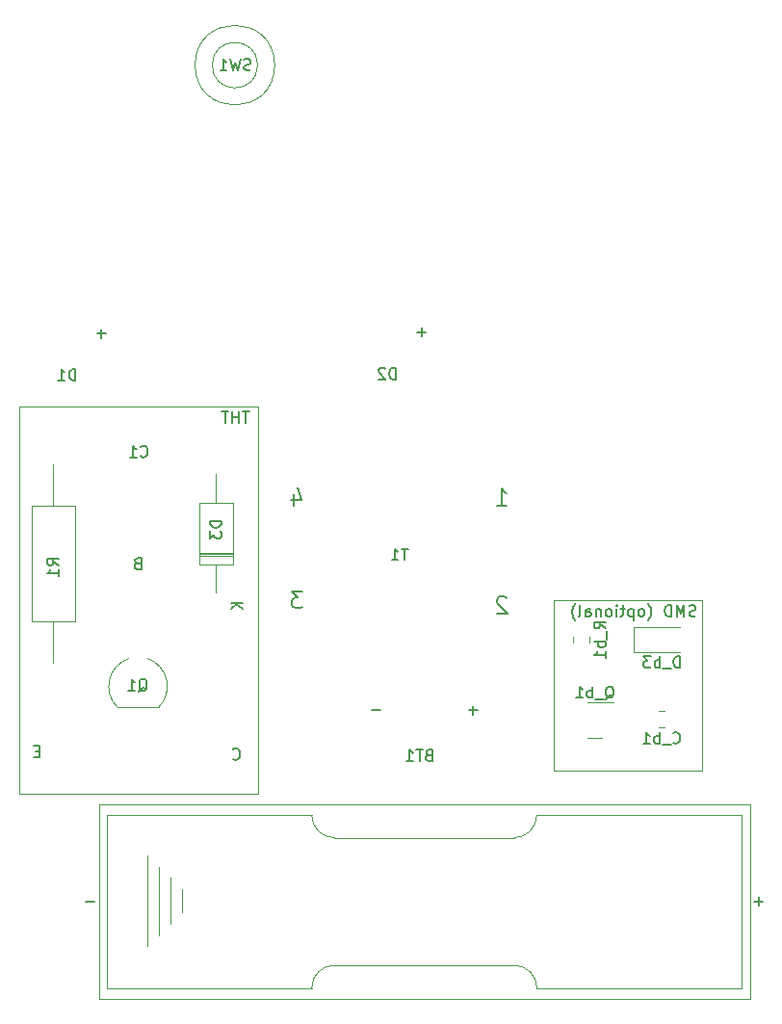
<source format=gbr>
%TF.GenerationSoftware,KiCad,Pcbnew,8.0.7-1.fc40*%
%TF.CreationDate,2025-01-06T11:16:26+01:00*%
%TF.ProjectId,owlThief,6f776c54-6869-4656-962e-6b696361645f,rev?*%
%TF.SameCoordinates,Original*%
%TF.FileFunction,Legend,Bot*%
%TF.FilePolarity,Positive*%
%FSLAX46Y46*%
G04 Gerber Fmt 4.6, Leading zero omitted, Abs format (unit mm)*
G04 Created by KiCad (PCBNEW 8.0.7-1.fc40) date 2025-01-06 11:16:26*
%MOMM*%
%LPD*%
G01*
G04 APERTURE LIST*
%ADD10C,0.120000*%
%ADD11C,0.150000*%
G04 APERTURE END LIST*
D10*
X240000000Y-103000000D02*
X240000000Y-88000000D01*
X214000000Y-105000000D02*
X193000000Y-105000000D01*
X253000000Y-88000000D02*
X253000000Y-103000000D01*
X253000000Y-103000000D02*
X240000000Y-103000000D01*
X240000000Y-88000000D02*
X253000000Y-88000000D01*
X214000000Y-71000000D02*
X214000000Y-105000000D01*
X193000000Y-71000000D02*
X214000000Y-71000000D01*
X193000000Y-105000000D02*
X193000000Y-71000000D01*
D11*
X213190475Y-71454819D02*
X212619047Y-71454819D01*
X212904761Y-72454819D02*
X212904761Y-71454819D01*
X212285713Y-72454819D02*
X212285713Y-71454819D01*
X212285713Y-71931009D02*
X211714285Y-71931009D01*
X211714285Y-72454819D02*
X211714285Y-71454819D01*
X211380951Y-71454819D02*
X210809523Y-71454819D01*
X211095237Y-72454819D02*
X211095237Y-71454819D01*
X252452381Y-89407200D02*
X252309524Y-89454819D01*
X252309524Y-89454819D02*
X252071429Y-89454819D01*
X252071429Y-89454819D02*
X251976191Y-89407200D01*
X251976191Y-89407200D02*
X251928572Y-89359580D01*
X251928572Y-89359580D02*
X251880953Y-89264342D01*
X251880953Y-89264342D02*
X251880953Y-89169104D01*
X251880953Y-89169104D02*
X251928572Y-89073866D01*
X251928572Y-89073866D02*
X251976191Y-89026247D01*
X251976191Y-89026247D02*
X252071429Y-88978628D01*
X252071429Y-88978628D02*
X252261905Y-88931009D01*
X252261905Y-88931009D02*
X252357143Y-88883390D01*
X252357143Y-88883390D02*
X252404762Y-88835771D01*
X252404762Y-88835771D02*
X252452381Y-88740533D01*
X252452381Y-88740533D02*
X252452381Y-88645295D01*
X252452381Y-88645295D02*
X252404762Y-88550057D01*
X252404762Y-88550057D02*
X252357143Y-88502438D01*
X252357143Y-88502438D02*
X252261905Y-88454819D01*
X252261905Y-88454819D02*
X252023810Y-88454819D01*
X252023810Y-88454819D02*
X251880953Y-88502438D01*
X251452381Y-89454819D02*
X251452381Y-88454819D01*
X251452381Y-88454819D02*
X251119048Y-89169104D01*
X251119048Y-89169104D02*
X250785715Y-88454819D01*
X250785715Y-88454819D02*
X250785715Y-89454819D01*
X250309524Y-89454819D02*
X250309524Y-88454819D01*
X250309524Y-88454819D02*
X250071429Y-88454819D01*
X250071429Y-88454819D02*
X249928572Y-88502438D01*
X249928572Y-88502438D02*
X249833334Y-88597676D01*
X249833334Y-88597676D02*
X249785715Y-88692914D01*
X249785715Y-88692914D02*
X249738096Y-88883390D01*
X249738096Y-88883390D02*
X249738096Y-89026247D01*
X249738096Y-89026247D02*
X249785715Y-89216723D01*
X249785715Y-89216723D02*
X249833334Y-89311961D01*
X249833334Y-89311961D02*
X249928572Y-89407200D01*
X249928572Y-89407200D02*
X250071429Y-89454819D01*
X250071429Y-89454819D02*
X250309524Y-89454819D01*
X248261905Y-89835771D02*
X248309524Y-89788152D01*
X248309524Y-89788152D02*
X248404762Y-89645295D01*
X248404762Y-89645295D02*
X248452381Y-89550057D01*
X248452381Y-89550057D02*
X248500000Y-89407200D01*
X248500000Y-89407200D02*
X248547619Y-89169104D01*
X248547619Y-89169104D02*
X248547619Y-88978628D01*
X248547619Y-88978628D02*
X248500000Y-88740533D01*
X248500000Y-88740533D02*
X248452381Y-88597676D01*
X248452381Y-88597676D02*
X248404762Y-88502438D01*
X248404762Y-88502438D02*
X248309524Y-88359580D01*
X248309524Y-88359580D02*
X248261905Y-88311961D01*
X247738095Y-89454819D02*
X247833333Y-89407200D01*
X247833333Y-89407200D02*
X247880952Y-89359580D01*
X247880952Y-89359580D02*
X247928571Y-89264342D01*
X247928571Y-89264342D02*
X247928571Y-88978628D01*
X247928571Y-88978628D02*
X247880952Y-88883390D01*
X247880952Y-88883390D02*
X247833333Y-88835771D01*
X247833333Y-88835771D02*
X247738095Y-88788152D01*
X247738095Y-88788152D02*
X247595238Y-88788152D01*
X247595238Y-88788152D02*
X247500000Y-88835771D01*
X247500000Y-88835771D02*
X247452381Y-88883390D01*
X247452381Y-88883390D02*
X247404762Y-88978628D01*
X247404762Y-88978628D02*
X247404762Y-89264342D01*
X247404762Y-89264342D02*
X247452381Y-89359580D01*
X247452381Y-89359580D02*
X247500000Y-89407200D01*
X247500000Y-89407200D02*
X247595238Y-89454819D01*
X247595238Y-89454819D02*
X247738095Y-89454819D01*
X246976190Y-88788152D02*
X246976190Y-89788152D01*
X246976190Y-88835771D02*
X246880952Y-88788152D01*
X246880952Y-88788152D02*
X246690476Y-88788152D01*
X246690476Y-88788152D02*
X246595238Y-88835771D01*
X246595238Y-88835771D02*
X246547619Y-88883390D01*
X246547619Y-88883390D02*
X246500000Y-88978628D01*
X246500000Y-88978628D02*
X246500000Y-89264342D01*
X246500000Y-89264342D02*
X246547619Y-89359580D01*
X246547619Y-89359580D02*
X246595238Y-89407200D01*
X246595238Y-89407200D02*
X246690476Y-89454819D01*
X246690476Y-89454819D02*
X246880952Y-89454819D01*
X246880952Y-89454819D02*
X246976190Y-89407200D01*
X246214285Y-88788152D02*
X245833333Y-88788152D01*
X246071428Y-88454819D02*
X246071428Y-89311961D01*
X246071428Y-89311961D02*
X246023809Y-89407200D01*
X246023809Y-89407200D02*
X245928571Y-89454819D01*
X245928571Y-89454819D02*
X245833333Y-89454819D01*
X245499999Y-89454819D02*
X245499999Y-88788152D01*
X245499999Y-88454819D02*
X245547618Y-88502438D01*
X245547618Y-88502438D02*
X245499999Y-88550057D01*
X245499999Y-88550057D02*
X245452380Y-88502438D01*
X245452380Y-88502438D02*
X245499999Y-88454819D01*
X245499999Y-88454819D02*
X245499999Y-88550057D01*
X244880952Y-89454819D02*
X244976190Y-89407200D01*
X244976190Y-89407200D02*
X245023809Y-89359580D01*
X245023809Y-89359580D02*
X245071428Y-89264342D01*
X245071428Y-89264342D02*
X245071428Y-88978628D01*
X245071428Y-88978628D02*
X245023809Y-88883390D01*
X245023809Y-88883390D02*
X244976190Y-88835771D01*
X244976190Y-88835771D02*
X244880952Y-88788152D01*
X244880952Y-88788152D02*
X244738095Y-88788152D01*
X244738095Y-88788152D02*
X244642857Y-88835771D01*
X244642857Y-88835771D02*
X244595238Y-88883390D01*
X244595238Y-88883390D02*
X244547619Y-88978628D01*
X244547619Y-88978628D02*
X244547619Y-89264342D01*
X244547619Y-89264342D02*
X244595238Y-89359580D01*
X244595238Y-89359580D02*
X244642857Y-89407200D01*
X244642857Y-89407200D02*
X244738095Y-89454819D01*
X244738095Y-89454819D02*
X244880952Y-89454819D01*
X244119047Y-88788152D02*
X244119047Y-89454819D01*
X244119047Y-88883390D02*
X244071428Y-88835771D01*
X244071428Y-88835771D02*
X243976190Y-88788152D01*
X243976190Y-88788152D02*
X243833333Y-88788152D01*
X243833333Y-88788152D02*
X243738095Y-88835771D01*
X243738095Y-88835771D02*
X243690476Y-88931009D01*
X243690476Y-88931009D02*
X243690476Y-89454819D01*
X242785714Y-89454819D02*
X242785714Y-88931009D01*
X242785714Y-88931009D02*
X242833333Y-88835771D01*
X242833333Y-88835771D02*
X242928571Y-88788152D01*
X242928571Y-88788152D02*
X243119047Y-88788152D01*
X243119047Y-88788152D02*
X243214285Y-88835771D01*
X242785714Y-89407200D02*
X242880952Y-89454819D01*
X242880952Y-89454819D02*
X243119047Y-89454819D01*
X243119047Y-89454819D02*
X243214285Y-89407200D01*
X243214285Y-89407200D02*
X243261904Y-89311961D01*
X243261904Y-89311961D02*
X243261904Y-89216723D01*
X243261904Y-89216723D02*
X243214285Y-89121485D01*
X243214285Y-89121485D02*
X243119047Y-89073866D01*
X243119047Y-89073866D02*
X242880952Y-89073866D01*
X242880952Y-89073866D02*
X242785714Y-89026247D01*
X242166666Y-89454819D02*
X242261904Y-89407200D01*
X242261904Y-89407200D02*
X242309523Y-89311961D01*
X242309523Y-89311961D02*
X242309523Y-88454819D01*
X241880951Y-89835771D02*
X241833332Y-89788152D01*
X241833332Y-89788152D02*
X241738094Y-89645295D01*
X241738094Y-89645295D02*
X241690475Y-89550057D01*
X241690475Y-89550057D02*
X241642856Y-89407200D01*
X241642856Y-89407200D02*
X241595237Y-89169104D01*
X241595237Y-89169104D02*
X241595237Y-88978628D01*
X241595237Y-88978628D02*
X241642856Y-88740533D01*
X241642856Y-88740533D02*
X241690475Y-88597676D01*
X241690475Y-88597676D02*
X241738094Y-88502438D01*
X241738094Y-88502438D02*
X241833332Y-88359580D01*
X241833332Y-88359580D02*
X241880951Y-88311961D01*
X203666666Y-75359580D02*
X203714285Y-75407200D01*
X203714285Y-75407200D02*
X203857142Y-75454819D01*
X203857142Y-75454819D02*
X203952380Y-75454819D01*
X203952380Y-75454819D02*
X204095237Y-75407200D01*
X204095237Y-75407200D02*
X204190475Y-75311961D01*
X204190475Y-75311961D02*
X204238094Y-75216723D01*
X204238094Y-75216723D02*
X204285713Y-75026247D01*
X204285713Y-75026247D02*
X204285713Y-74883390D01*
X204285713Y-74883390D02*
X204238094Y-74692914D01*
X204238094Y-74692914D02*
X204190475Y-74597676D01*
X204190475Y-74597676D02*
X204095237Y-74502438D01*
X204095237Y-74502438D02*
X203952380Y-74454819D01*
X203952380Y-74454819D02*
X203857142Y-74454819D01*
X203857142Y-74454819D02*
X203714285Y-74502438D01*
X203714285Y-74502438D02*
X203666666Y-74550057D01*
X202714285Y-75454819D02*
X203285713Y-75454819D01*
X202999999Y-75454819D02*
X202999999Y-74454819D01*
X202999999Y-74454819D02*
X203095237Y-74597676D01*
X203095237Y-74597676D02*
X203190475Y-74692914D01*
X203190475Y-74692914D02*
X203285713Y-74740533D01*
X197938094Y-68704819D02*
X197938094Y-67704819D01*
X197938094Y-67704819D02*
X197699999Y-67704819D01*
X197699999Y-67704819D02*
X197557142Y-67752438D01*
X197557142Y-67752438D02*
X197461904Y-67847676D01*
X197461904Y-67847676D02*
X197414285Y-67942914D01*
X197414285Y-67942914D02*
X197366666Y-68133390D01*
X197366666Y-68133390D02*
X197366666Y-68276247D01*
X197366666Y-68276247D02*
X197414285Y-68466723D01*
X197414285Y-68466723D02*
X197461904Y-68561961D01*
X197461904Y-68561961D02*
X197557142Y-68657200D01*
X197557142Y-68657200D02*
X197699999Y-68704819D01*
X197699999Y-68704819D02*
X197938094Y-68704819D01*
X196414285Y-68704819D02*
X196985713Y-68704819D01*
X196699999Y-68704819D02*
X196699999Y-67704819D01*
X196699999Y-67704819D02*
X196795237Y-67847676D01*
X196795237Y-67847676D02*
X196890475Y-67942914D01*
X196890475Y-67942914D02*
X196985713Y-67990533D01*
X200580951Y-64573866D02*
X199819047Y-64573866D01*
X200199999Y-64954819D02*
X200199999Y-64192914D01*
X226098094Y-68604819D02*
X226098094Y-67604819D01*
X226098094Y-67604819D02*
X225859999Y-67604819D01*
X225859999Y-67604819D02*
X225717142Y-67652438D01*
X225717142Y-67652438D02*
X225621904Y-67747676D01*
X225621904Y-67747676D02*
X225574285Y-67842914D01*
X225574285Y-67842914D02*
X225526666Y-68033390D01*
X225526666Y-68033390D02*
X225526666Y-68176247D01*
X225526666Y-68176247D02*
X225574285Y-68366723D01*
X225574285Y-68366723D02*
X225621904Y-68461961D01*
X225621904Y-68461961D02*
X225717142Y-68557200D01*
X225717142Y-68557200D02*
X225859999Y-68604819D01*
X225859999Y-68604819D02*
X226098094Y-68604819D01*
X225145713Y-67700057D02*
X225098094Y-67652438D01*
X225098094Y-67652438D02*
X225002856Y-67604819D01*
X225002856Y-67604819D02*
X224764761Y-67604819D01*
X224764761Y-67604819D02*
X224669523Y-67652438D01*
X224669523Y-67652438D02*
X224621904Y-67700057D01*
X224621904Y-67700057D02*
X224574285Y-67795295D01*
X224574285Y-67795295D02*
X224574285Y-67890533D01*
X224574285Y-67890533D02*
X224621904Y-68033390D01*
X224621904Y-68033390D02*
X225193332Y-68604819D01*
X225193332Y-68604819D02*
X224574285Y-68604819D01*
X228740951Y-64473866D02*
X227979047Y-64473866D01*
X228359999Y-64854819D02*
X228359999Y-64092914D01*
X210754819Y-81061905D02*
X209754819Y-81061905D01*
X209754819Y-81061905D02*
X209754819Y-81300000D01*
X209754819Y-81300000D02*
X209802438Y-81442857D01*
X209802438Y-81442857D02*
X209897676Y-81538095D01*
X209897676Y-81538095D02*
X209992914Y-81585714D01*
X209992914Y-81585714D02*
X210183390Y-81633333D01*
X210183390Y-81633333D02*
X210326247Y-81633333D01*
X210326247Y-81633333D02*
X210516723Y-81585714D01*
X210516723Y-81585714D02*
X210611961Y-81538095D01*
X210611961Y-81538095D02*
X210707200Y-81442857D01*
X210707200Y-81442857D02*
X210754819Y-81300000D01*
X210754819Y-81300000D02*
X210754819Y-81061905D01*
X209754819Y-81966667D02*
X209754819Y-82585714D01*
X209754819Y-82585714D02*
X210135771Y-82252381D01*
X210135771Y-82252381D02*
X210135771Y-82395238D01*
X210135771Y-82395238D02*
X210183390Y-82490476D01*
X210183390Y-82490476D02*
X210231009Y-82538095D01*
X210231009Y-82538095D02*
X210326247Y-82585714D01*
X210326247Y-82585714D02*
X210564342Y-82585714D01*
X210564342Y-82585714D02*
X210659580Y-82538095D01*
X210659580Y-82538095D02*
X210707200Y-82490476D01*
X210707200Y-82490476D02*
X210754819Y-82395238D01*
X210754819Y-82395238D02*
X210754819Y-82109524D01*
X210754819Y-82109524D02*
X210707200Y-82014286D01*
X210707200Y-82014286D02*
X210659580Y-81966667D01*
X212654819Y-88238095D02*
X211654819Y-88238095D01*
X212654819Y-88809523D02*
X212083390Y-88380952D01*
X211654819Y-88809523D02*
X212226247Y-88238095D01*
X203495238Y-96050057D02*
X203590476Y-96002438D01*
X203590476Y-96002438D02*
X203685714Y-95907200D01*
X203685714Y-95907200D02*
X203828571Y-95764342D01*
X203828571Y-95764342D02*
X203923809Y-95716723D01*
X203923809Y-95716723D02*
X204019047Y-95716723D01*
X203971428Y-95954819D02*
X204066666Y-95907200D01*
X204066666Y-95907200D02*
X204161904Y-95811961D01*
X204161904Y-95811961D02*
X204209523Y-95621485D01*
X204209523Y-95621485D02*
X204209523Y-95288152D01*
X204209523Y-95288152D02*
X204161904Y-95097676D01*
X204161904Y-95097676D02*
X204066666Y-95002438D01*
X204066666Y-95002438D02*
X203971428Y-94954819D01*
X203971428Y-94954819D02*
X203780952Y-94954819D01*
X203780952Y-94954819D02*
X203685714Y-95002438D01*
X203685714Y-95002438D02*
X203590476Y-95097676D01*
X203590476Y-95097676D02*
X203542857Y-95288152D01*
X203542857Y-95288152D02*
X203542857Y-95621485D01*
X203542857Y-95621485D02*
X203590476Y-95811961D01*
X203590476Y-95811961D02*
X203685714Y-95907200D01*
X203685714Y-95907200D02*
X203780952Y-95954819D01*
X203780952Y-95954819D02*
X203971428Y-95954819D01*
X202590476Y-95954819D02*
X203161904Y-95954819D01*
X202876190Y-95954819D02*
X202876190Y-94954819D01*
X202876190Y-94954819D02*
X202971428Y-95097676D01*
X202971428Y-95097676D02*
X203066666Y-95192914D01*
X203066666Y-95192914D02*
X203161904Y-95240533D01*
X211780476Y-101959580D02*
X211828095Y-102007200D01*
X211828095Y-102007200D02*
X211970952Y-102054819D01*
X211970952Y-102054819D02*
X212066190Y-102054819D01*
X212066190Y-102054819D02*
X212209047Y-102007200D01*
X212209047Y-102007200D02*
X212304285Y-101911961D01*
X212304285Y-101911961D02*
X212351904Y-101816723D01*
X212351904Y-101816723D02*
X212399523Y-101626247D01*
X212399523Y-101626247D02*
X212399523Y-101483390D01*
X212399523Y-101483390D02*
X212351904Y-101292914D01*
X212351904Y-101292914D02*
X212304285Y-101197676D01*
X212304285Y-101197676D02*
X212209047Y-101102438D01*
X212209047Y-101102438D02*
X212066190Y-101054819D01*
X212066190Y-101054819D02*
X211970952Y-101054819D01*
X211970952Y-101054819D02*
X211828095Y-101102438D01*
X211828095Y-101102438D02*
X211780476Y-101150057D01*
X194778285Y-101277009D02*
X194444952Y-101277009D01*
X194302095Y-101800819D02*
X194778285Y-101800819D01*
X194778285Y-101800819D02*
X194778285Y-100800819D01*
X194778285Y-100800819D02*
X194302095Y-100800819D01*
X203378571Y-84781009D02*
X203235714Y-84828628D01*
X203235714Y-84828628D02*
X203188095Y-84876247D01*
X203188095Y-84876247D02*
X203140476Y-84971485D01*
X203140476Y-84971485D02*
X203140476Y-85114342D01*
X203140476Y-85114342D02*
X203188095Y-85209580D01*
X203188095Y-85209580D02*
X203235714Y-85257200D01*
X203235714Y-85257200D02*
X203330952Y-85304819D01*
X203330952Y-85304819D02*
X203711904Y-85304819D01*
X203711904Y-85304819D02*
X203711904Y-84304819D01*
X203711904Y-84304819D02*
X203378571Y-84304819D01*
X203378571Y-84304819D02*
X203283333Y-84352438D01*
X203283333Y-84352438D02*
X203235714Y-84400057D01*
X203235714Y-84400057D02*
X203188095Y-84495295D01*
X203188095Y-84495295D02*
X203188095Y-84590533D01*
X203188095Y-84590533D02*
X203235714Y-84685771D01*
X203235714Y-84685771D02*
X203283333Y-84733390D01*
X203283333Y-84733390D02*
X203378571Y-84781009D01*
X203378571Y-84781009D02*
X203711904Y-84781009D01*
X227163904Y-83492819D02*
X226592476Y-83492819D01*
X226878190Y-84492819D02*
X226878190Y-83492819D01*
X225735333Y-84492819D02*
X226306761Y-84492819D01*
X226021047Y-84492819D02*
X226021047Y-83492819D01*
X226021047Y-83492819D02*
X226116285Y-83635676D01*
X226116285Y-83635676D02*
X226211523Y-83730914D01*
X226211523Y-83730914D02*
X226306761Y-83778533D01*
X217116285Y-78724128D02*
X217116285Y-79724128D01*
X217473427Y-78152700D02*
X217830570Y-79224128D01*
X217830570Y-79224128D02*
X216901999Y-79224128D01*
X234973427Y-79724128D02*
X235830570Y-79724128D01*
X235401999Y-79724128D02*
X235401999Y-78224128D01*
X235401999Y-78224128D02*
X235544856Y-78438414D01*
X235544856Y-78438414D02*
X235687713Y-78581271D01*
X235687713Y-78581271D02*
X235830570Y-78652700D01*
X217901999Y-87224128D02*
X216973427Y-87224128D01*
X216973427Y-87224128D02*
X217473427Y-87795557D01*
X217473427Y-87795557D02*
X217259142Y-87795557D01*
X217259142Y-87795557D02*
X217116285Y-87866985D01*
X217116285Y-87866985D02*
X217044856Y-87938414D01*
X217044856Y-87938414D02*
X216973427Y-88081271D01*
X216973427Y-88081271D02*
X216973427Y-88438414D01*
X216973427Y-88438414D02*
X217044856Y-88581271D01*
X217044856Y-88581271D02*
X217116285Y-88652700D01*
X217116285Y-88652700D02*
X217259142Y-88724128D01*
X217259142Y-88724128D02*
X217687713Y-88724128D01*
X217687713Y-88724128D02*
X217830570Y-88652700D01*
X217830570Y-88652700D02*
X217901999Y-88581271D01*
X235830570Y-87866985D02*
X235759142Y-87795557D01*
X235759142Y-87795557D02*
X235616285Y-87724128D01*
X235616285Y-87724128D02*
X235259142Y-87724128D01*
X235259142Y-87724128D02*
X235116285Y-87795557D01*
X235116285Y-87795557D02*
X235044856Y-87866985D01*
X235044856Y-87866985D02*
X234973427Y-88009842D01*
X234973427Y-88009842D02*
X234973427Y-88152700D01*
X234973427Y-88152700D02*
X235044856Y-88366985D01*
X235044856Y-88366985D02*
X235901999Y-89224128D01*
X235901999Y-89224128D02*
X234973427Y-89224128D01*
X196454819Y-84959333D02*
X195978628Y-84626000D01*
X196454819Y-84387905D02*
X195454819Y-84387905D01*
X195454819Y-84387905D02*
X195454819Y-84768857D01*
X195454819Y-84768857D02*
X195502438Y-84864095D01*
X195502438Y-84864095D02*
X195550057Y-84911714D01*
X195550057Y-84911714D02*
X195645295Y-84959333D01*
X195645295Y-84959333D02*
X195788152Y-84959333D01*
X195788152Y-84959333D02*
X195883390Y-84911714D01*
X195883390Y-84911714D02*
X195931009Y-84864095D01*
X195931009Y-84864095D02*
X195978628Y-84768857D01*
X195978628Y-84768857D02*
X195978628Y-84387905D01*
X196454819Y-85911714D02*
X196454819Y-85340286D01*
X196454819Y-85626000D02*
X195454819Y-85626000D01*
X195454819Y-85626000D02*
X195597676Y-85530762D01*
X195597676Y-85530762D02*
X195692914Y-85435524D01*
X195692914Y-85435524D02*
X195740533Y-85340286D01*
X250462500Y-100539580D02*
X250510119Y-100587200D01*
X250510119Y-100587200D02*
X250652976Y-100634819D01*
X250652976Y-100634819D02*
X250748214Y-100634819D01*
X250748214Y-100634819D02*
X250891071Y-100587200D01*
X250891071Y-100587200D02*
X250986309Y-100491961D01*
X250986309Y-100491961D02*
X251033928Y-100396723D01*
X251033928Y-100396723D02*
X251081547Y-100206247D01*
X251081547Y-100206247D02*
X251081547Y-100063390D01*
X251081547Y-100063390D02*
X251033928Y-99872914D01*
X251033928Y-99872914D02*
X250986309Y-99777676D01*
X250986309Y-99777676D02*
X250891071Y-99682438D01*
X250891071Y-99682438D02*
X250748214Y-99634819D01*
X250748214Y-99634819D02*
X250652976Y-99634819D01*
X250652976Y-99634819D02*
X250510119Y-99682438D01*
X250510119Y-99682438D02*
X250462500Y-99730057D01*
X250272024Y-100730057D02*
X249510119Y-100730057D01*
X249272023Y-100634819D02*
X249272023Y-99634819D01*
X249272023Y-100015771D02*
X249176785Y-99968152D01*
X249176785Y-99968152D02*
X248986309Y-99968152D01*
X248986309Y-99968152D02*
X248891071Y-100015771D01*
X248891071Y-100015771D02*
X248843452Y-100063390D01*
X248843452Y-100063390D02*
X248795833Y-100158628D01*
X248795833Y-100158628D02*
X248795833Y-100444342D01*
X248795833Y-100444342D02*
X248843452Y-100539580D01*
X248843452Y-100539580D02*
X248891071Y-100587200D01*
X248891071Y-100587200D02*
X248986309Y-100634819D01*
X248986309Y-100634819D02*
X249176785Y-100634819D01*
X249176785Y-100634819D02*
X249272023Y-100587200D01*
X247843452Y-100634819D02*
X248414880Y-100634819D01*
X248129166Y-100634819D02*
X248129166Y-99634819D01*
X248129166Y-99634819D02*
X248224404Y-99777676D01*
X248224404Y-99777676D02*
X248319642Y-99872914D01*
X248319642Y-99872914D02*
X248414880Y-99920533D01*
X228985714Y-101638509D02*
X228842857Y-101686128D01*
X228842857Y-101686128D02*
X228795238Y-101733747D01*
X228795238Y-101733747D02*
X228747619Y-101828985D01*
X228747619Y-101828985D02*
X228747619Y-101971842D01*
X228747619Y-101971842D02*
X228795238Y-102067080D01*
X228795238Y-102067080D02*
X228842857Y-102114700D01*
X228842857Y-102114700D02*
X228938095Y-102162319D01*
X228938095Y-102162319D02*
X229319047Y-102162319D01*
X229319047Y-102162319D02*
X229319047Y-101162319D01*
X229319047Y-101162319D02*
X228985714Y-101162319D01*
X228985714Y-101162319D02*
X228890476Y-101209938D01*
X228890476Y-101209938D02*
X228842857Y-101257557D01*
X228842857Y-101257557D02*
X228795238Y-101352795D01*
X228795238Y-101352795D02*
X228795238Y-101448033D01*
X228795238Y-101448033D02*
X228842857Y-101543271D01*
X228842857Y-101543271D02*
X228890476Y-101590890D01*
X228890476Y-101590890D02*
X228985714Y-101638509D01*
X228985714Y-101638509D02*
X229319047Y-101638509D01*
X228461904Y-101162319D02*
X227890476Y-101162319D01*
X228176190Y-102162319D02*
X228176190Y-101162319D01*
X227033333Y-102162319D02*
X227604761Y-102162319D01*
X227319047Y-102162319D02*
X227319047Y-101162319D01*
X227319047Y-101162319D02*
X227414285Y-101305176D01*
X227414285Y-101305176D02*
X227509523Y-101400414D01*
X227509523Y-101400414D02*
X227604761Y-101448033D01*
X199610951Y-114521366D02*
X198849047Y-114521366D01*
X258380951Y-114521366D02*
X257619047Y-114521366D01*
X257999999Y-114902319D02*
X257999999Y-114140414D01*
X224780951Y-97681366D02*
X224019047Y-97681366D01*
X233280951Y-97681366D02*
X232519047Y-97681366D01*
X232899999Y-98062319D02*
X232899999Y-97300414D01*
X251083928Y-93954819D02*
X251083928Y-92954819D01*
X251083928Y-92954819D02*
X250845833Y-92954819D01*
X250845833Y-92954819D02*
X250702976Y-93002438D01*
X250702976Y-93002438D02*
X250607738Y-93097676D01*
X250607738Y-93097676D02*
X250560119Y-93192914D01*
X250560119Y-93192914D02*
X250512500Y-93383390D01*
X250512500Y-93383390D02*
X250512500Y-93526247D01*
X250512500Y-93526247D02*
X250560119Y-93716723D01*
X250560119Y-93716723D02*
X250607738Y-93811961D01*
X250607738Y-93811961D02*
X250702976Y-93907200D01*
X250702976Y-93907200D02*
X250845833Y-93954819D01*
X250845833Y-93954819D02*
X251083928Y-93954819D01*
X250322024Y-94050057D02*
X249560119Y-94050057D01*
X249322023Y-93954819D02*
X249322023Y-92954819D01*
X249322023Y-93335771D02*
X249226785Y-93288152D01*
X249226785Y-93288152D02*
X249036309Y-93288152D01*
X249036309Y-93288152D02*
X248941071Y-93335771D01*
X248941071Y-93335771D02*
X248893452Y-93383390D01*
X248893452Y-93383390D02*
X248845833Y-93478628D01*
X248845833Y-93478628D02*
X248845833Y-93764342D01*
X248845833Y-93764342D02*
X248893452Y-93859580D01*
X248893452Y-93859580D02*
X248941071Y-93907200D01*
X248941071Y-93907200D02*
X249036309Y-93954819D01*
X249036309Y-93954819D02*
X249226785Y-93954819D01*
X249226785Y-93954819D02*
X249322023Y-93907200D01*
X248512499Y-92954819D02*
X247893452Y-92954819D01*
X247893452Y-92954819D02*
X248226785Y-93335771D01*
X248226785Y-93335771D02*
X248083928Y-93335771D01*
X248083928Y-93335771D02*
X247988690Y-93383390D01*
X247988690Y-93383390D02*
X247941071Y-93431009D01*
X247941071Y-93431009D02*
X247893452Y-93526247D01*
X247893452Y-93526247D02*
X247893452Y-93764342D01*
X247893452Y-93764342D02*
X247941071Y-93859580D01*
X247941071Y-93859580D02*
X247988690Y-93907200D01*
X247988690Y-93907200D02*
X248083928Y-93954819D01*
X248083928Y-93954819D02*
X248369642Y-93954819D01*
X248369642Y-93954819D02*
X248464880Y-93907200D01*
X248464880Y-93907200D02*
X248512499Y-93859580D01*
X244517319Y-90499999D02*
X244041128Y-90166666D01*
X244517319Y-89928571D02*
X243517319Y-89928571D01*
X243517319Y-89928571D02*
X243517319Y-90309523D01*
X243517319Y-90309523D02*
X243564938Y-90404761D01*
X243564938Y-90404761D02*
X243612557Y-90452380D01*
X243612557Y-90452380D02*
X243707795Y-90499999D01*
X243707795Y-90499999D02*
X243850652Y-90499999D01*
X243850652Y-90499999D02*
X243945890Y-90452380D01*
X243945890Y-90452380D02*
X243993509Y-90404761D01*
X243993509Y-90404761D02*
X244041128Y-90309523D01*
X244041128Y-90309523D02*
X244041128Y-89928571D01*
X244612557Y-90690476D02*
X244612557Y-91452380D01*
X244517319Y-91690476D02*
X243517319Y-91690476D01*
X243898271Y-91690476D02*
X243850652Y-91785714D01*
X243850652Y-91785714D02*
X243850652Y-91976190D01*
X243850652Y-91976190D02*
X243898271Y-92071428D01*
X243898271Y-92071428D02*
X243945890Y-92119047D01*
X243945890Y-92119047D02*
X244041128Y-92166666D01*
X244041128Y-92166666D02*
X244326842Y-92166666D01*
X244326842Y-92166666D02*
X244422080Y-92119047D01*
X244422080Y-92119047D02*
X244469700Y-92071428D01*
X244469700Y-92071428D02*
X244517319Y-91976190D01*
X244517319Y-91976190D02*
X244517319Y-91785714D01*
X244517319Y-91785714D02*
X244469700Y-91690476D01*
X244517319Y-93119047D02*
X244517319Y-92547619D01*
X244517319Y-92833333D02*
X243517319Y-92833333D01*
X243517319Y-92833333D02*
X243660176Y-92738095D01*
X243660176Y-92738095D02*
X243755414Y-92642857D01*
X243755414Y-92642857D02*
X243803033Y-92547619D01*
X213333332Y-41407200D02*
X213190475Y-41454819D01*
X213190475Y-41454819D02*
X212952380Y-41454819D01*
X212952380Y-41454819D02*
X212857142Y-41407200D01*
X212857142Y-41407200D02*
X212809523Y-41359580D01*
X212809523Y-41359580D02*
X212761904Y-41264342D01*
X212761904Y-41264342D02*
X212761904Y-41169104D01*
X212761904Y-41169104D02*
X212809523Y-41073866D01*
X212809523Y-41073866D02*
X212857142Y-41026247D01*
X212857142Y-41026247D02*
X212952380Y-40978628D01*
X212952380Y-40978628D02*
X213142856Y-40931009D01*
X213142856Y-40931009D02*
X213238094Y-40883390D01*
X213238094Y-40883390D02*
X213285713Y-40835771D01*
X213285713Y-40835771D02*
X213333332Y-40740533D01*
X213333332Y-40740533D02*
X213333332Y-40645295D01*
X213333332Y-40645295D02*
X213285713Y-40550057D01*
X213285713Y-40550057D02*
X213238094Y-40502438D01*
X213238094Y-40502438D02*
X213142856Y-40454819D01*
X213142856Y-40454819D02*
X212904761Y-40454819D01*
X212904761Y-40454819D02*
X212761904Y-40502438D01*
X212428570Y-40454819D02*
X212190475Y-41454819D01*
X212190475Y-41454819D02*
X211999999Y-40740533D01*
X211999999Y-40740533D02*
X211809523Y-41454819D01*
X211809523Y-41454819D02*
X211571428Y-40454819D01*
X210666666Y-41454819D02*
X211238094Y-41454819D01*
X210952380Y-41454819D02*
X210952380Y-40454819D01*
X210952380Y-40454819D02*
X211047618Y-40597676D01*
X211047618Y-40597676D02*
X211142856Y-40692914D01*
X211142856Y-40692914D02*
X211238094Y-40740533D01*
X244514571Y-96702057D02*
X244609809Y-96654438D01*
X244609809Y-96654438D02*
X244705047Y-96559200D01*
X244705047Y-96559200D02*
X244847904Y-96416342D01*
X244847904Y-96416342D02*
X244943142Y-96368723D01*
X244943142Y-96368723D02*
X245038380Y-96368723D01*
X244990761Y-96606819D02*
X245085999Y-96559200D01*
X245085999Y-96559200D02*
X245181237Y-96463961D01*
X245181237Y-96463961D02*
X245228856Y-96273485D01*
X245228856Y-96273485D02*
X245228856Y-95940152D01*
X245228856Y-95940152D02*
X245181237Y-95749676D01*
X245181237Y-95749676D02*
X245085999Y-95654438D01*
X245085999Y-95654438D02*
X244990761Y-95606819D01*
X244990761Y-95606819D02*
X244800285Y-95606819D01*
X244800285Y-95606819D02*
X244705047Y-95654438D01*
X244705047Y-95654438D02*
X244609809Y-95749676D01*
X244609809Y-95749676D02*
X244562190Y-95940152D01*
X244562190Y-95940152D02*
X244562190Y-96273485D01*
X244562190Y-96273485D02*
X244609809Y-96463961D01*
X244609809Y-96463961D02*
X244705047Y-96559200D01*
X244705047Y-96559200D02*
X244800285Y-96606819D01*
X244800285Y-96606819D02*
X244990761Y-96606819D01*
X244371714Y-96702057D02*
X243609809Y-96702057D01*
X243371713Y-96606819D02*
X243371713Y-95606819D01*
X243371713Y-95987771D02*
X243276475Y-95940152D01*
X243276475Y-95940152D02*
X243085999Y-95940152D01*
X243085999Y-95940152D02*
X242990761Y-95987771D01*
X242990761Y-95987771D02*
X242943142Y-96035390D01*
X242943142Y-96035390D02*
X242895523Y-96130628D01*
X242895523Y-96130628D02*
X242895523Y-96416342D01*
X242895523Y-96416342D02*
X242943142Y-96511580D01*
X242943142Y-96511580D02*
X242990761Y-96559200D01*
X242990761Y-96559200D02*
X243085999Y-96606819D01*
X243085999Y-96606819D02*
X243276475Y-96606819D01*
X243276475Y-96606819D02*
X243371713Y-96559200D01*
X241943142Y-96606819D02*
X242514570Y-96606819D01*
X242228856Y-96606819D02*
X242228856Y-95606819D01*
X242228856Y-95606819D02*
X242324094Y-95749676D01*
X242324094Y-95749676D02*
X242419332Y-95844914D01*
X242419332Y-95844914D02*
X242514570Y-95892533D01*
D10*
%TO.C,D3*%
X208830000Y-79430000D02*
X211770000Y-79430000D01*
X208830000Y-84870000D02*
X208830000Y-79430000D01*
X210300000Y-76940000D02*
X210300000Y-79430000D01*
X210300000Y-87360000D02*
X210300000Y-84870000D01*
X211770000Y-79430000D02*
X211770000Y-84870000D01*
X211770000Y-83850000D02*
X208830000Y-83850000D01*
X211770000Y-83970000D02*
X208830000Y-83970000D01*
X211770000Y-84090000D02*
X208830000Y-84090000D01*
X211770000Y-84870000D02*
X208830000Y-84870000D01*
%TO.C,Q1*%
X205230000Y-97450000D02*
X201630000Y-97450000D01*
X201621555Y-97427684D02*
G75*
G02*
X202650000Y-93150000I1808445J1827684D01*
G01*
X204250000Y-93150000D02*
G75*
G02*
X205241453Y-97442156I-820000J-2450000D01*
G01*
%TO.C,R1*%
X194080000Y-79766000D02*
X197920000Y-79766000D01*
X194080000Y-89906000D02*
X194080000Y-79766000D01*
X196000000Y-76116000D02*
X196000000Y-79766000D01*
X196000000Y-93556000D02*
X196000000Y-89906000D01*
X197920000Y-79766000D02*
X197920000Y-89906000D01*
X197920000Y-89906000D02*
X194080000Y-89906000D01*
%TO.C,C_b1*%
X249201248Y-97765000D02*
X249723752Y-97765000D01*
X249201248Y-99235000D02*
X249723752Y-99235000D01*
%TO.C,BT1*%
X199980000Y-105942500D02*
X199980000Y-123072500D01*
X199980000Y-123072500D02*
X257220000Y-123072500D01*
X200700000Y-106907500D02*
X200700000Y-122107500D01*
X204290000Y-110447500D02*
X204290000Y-118447500D01*
X205290000Y-117447500D02*
X205290000Y-111447500D01*
X206290000Y-112447500D02*
X206290000Y-116447500D01*
X207290000Y-113447500D02*
X207290000Y-115447500D01*
X218700000Y-106907500D02*
X200700000Y-106907500D01*
X218700000Y-122107500D02*
X200700000Y-122107500D01*
X220700000Y-120107500D02*
X236500000Y-120107500D01*
X236500000Y-108907500D02*
X220700000Y-108907500D01*
X256500000Y-106907500D02*
X238500000Y-106907500D01*
X256500000Y-106907500D02*
X256500000Y-122107500D01*
X256500000Y-122107500D02*
X238500000Y-122107500D01*
X257220000Y-105942500D02*
X199980000Y-105942500D01*
X257220000Y-123072500D02*
X257220000Y-105942500D01*
X218700000Y-122107500D02*
G75*
G02*
X220700000Y-120107500I2000000J0D01*
G01*
X220700000Y-108907500D02*
G75*
G02*
X218700000Y-106907500I0J2000000D01*
G01*
X236500000Y-120107500D02*
G75*
G02*
X238500000Y-122107500I0J-2000000D01*
G01*
X238500000Y-106907500D02*
G75*
G02*
X236500000Y-108907500I-2000000J0D01*
G01*
%TO.C,D_b3*%
X247052500Y-90365000D02*
X251112500Y-90365000D01*
X247052500Y-92635000D02*
X247052500Y-90365000D01*
X251112500Y-92635000D02*
X247052500Y-92635000D01*
%TO.C,R_b1*%
X241677500Y-91727064D02*
X241677500Y-91272936D01*
X243147500Y-91727064D02*
X243147500Y-91272936D01*
%TO.C,SW1*%
X213950000Y-41000000D02*
G75*
G02*
X209950000Y-41000000I-2000000J0D01*
G01*
X209950000Y-41000000D02*
G75*
G02*
X213950000Y-41000000I2000000J0D01*
G01*
X215450000Y-41000000D02*
G75*
G02*
X208450000Y-41000000I-3500000J0D01*
G01*
X208450000Y-41000000D02*
G75*
G02*
X215450000Y-41000000I3500000J0D01*
G01*
%TO.C,Q_b1*%
X243586000Y-96992000D02*
X242936000Y-96992000D01*
X243586000Y-96992000D02*
X245261000Y-96992000D01*
X243586000Y-100112000D02*
X242936000Y-100112000D01*
X243586000Y-100112000D02*
X244236000Y-100112000D01*
%TD*%
M02*

</source>
